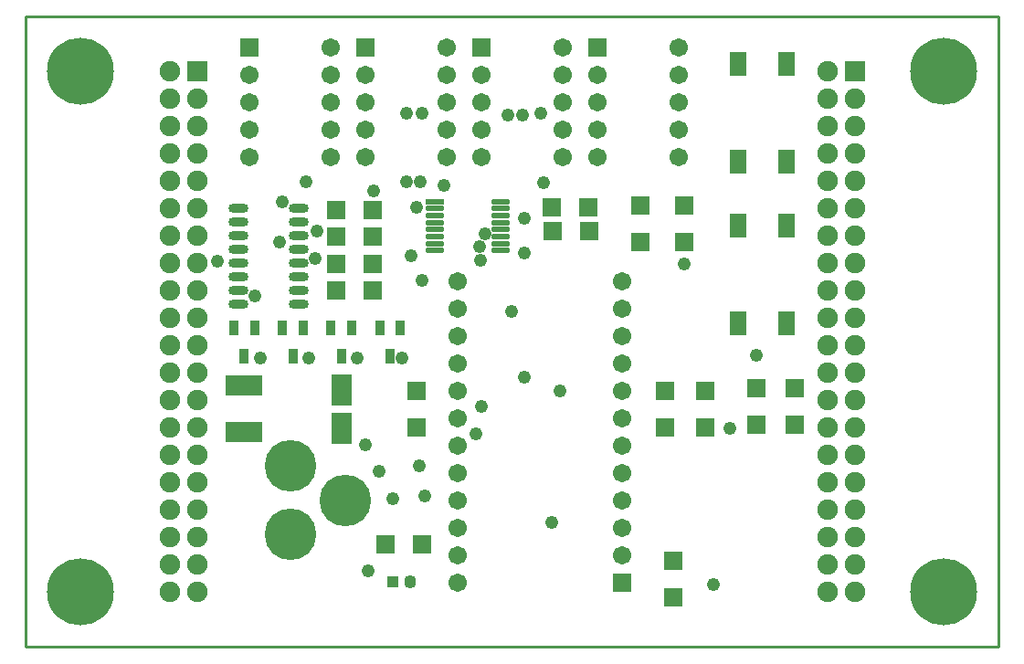
<source format=gts>
G04*
G04 #@! TF.GenerationSoftware,Altium Limited,Altium Designer,22.4.2 (48)*
G04*
G04 Layer_Color=8388736*
%FSLAX25Y25*%
%MOIN*%
G70*
G04*
G04 #@! TF.SameCoordinates,7EE18B86-058B-4F95-B7C2-403A54D6B15C*
G04*
G04*
G04 #@! TF.FilePolarity,Negative*
G04*
G01*
G75*
%ADD12C,0.01000*%
%ADD14R,0.03359X0.05328*%
%ADD15R,0.07099X0.07099*%
%ADD16R,0.07099X0.02178*%
%ADD17O,0.07099X0.02178*%
%ADD18R,0.03950X0.04343*%
G04:AMPARAMS|DCode=19|XSize=39.5mil|YSize=43.43mil|CornerRadius=11.87mil|HoleSize=0mil|Usage=FLASHONLY|Rotation=180.000|XOffset=0mil|YOffset=0mil|HoleType=Round|Shape=RoundedRectangle|*
%AMROUNDEDRECTD19*
21,1,0.03950,0.01968,0,0,180.0*
21,1,0.01575,0.04343,0,0,180.0*
1,1,0.02375,-0.00787,0.00984*
1,1,0.02375,0.00787,0.00984*
1,1,0.02375,0.00787,-0.00984*
1,1,0.02375,-0.00787,-0.00984*
%
%ADD19ROUNDEDRECTD19*%
%ADD20R,0.07099X0.07099*%
%ADD21R,0.07296X0.11824*%
%ADD22R,0.13202X0.07808*%
%ADD23R,0.06312X0.09068*%
%ADD24O,0.07296X0.03359*%
%ADD25C,0.06706*%
%ADD26C,0.06706*%
%ADD27R,0.06706X0.06706*%
%ADD28C,0.18800*%
%ADD29R,0.06706X0.06706*%
%ADD30C,0.07493*%
%ADD31R,0.07493X0.07493*%
%ADD32C,0.24422*%
%ADD33C,0.04900*%
D12*
X355000Y230000D02*
X355000Y-0D01*
X0Y0D02*
X355000Y-0D01*
X-0Y230000D02*
X0Y0D01*
X-0Y230000D02*
X355000Y230000D01*
D14*
X132874Y106201D02*
D03*
X129134Y116240D02*
D03*
X136614D02*
D03*
X115157Y106201D02*
D03*
X111417Y116240D02*
D03*
X118898D02*
D03*
X97441Y106201D02*
D03*
X93701Y116240D02*
D03*
X101181D02*
D03*
X79724Y106201D02*
D03*
X75984Y116240D02*
D03*
X83465D02*
D03*
D15*
X113189Y129921D02*
D03*
X126575D02*
D03*
X113189Y139764D02*
D03*
X126575D02*
D03*
X113189Y149606D02*
D03*
X126575D02*
D03*
X113189Y159449D02*
D03*
X126575D02*
D03*
X205512Y151575D02*
D03*
X192126D02*
D03*
X131102Y37402D02*
D03*
X144488D02*
D03*
X191929Y160433D02*
D03*
X205315D02*
D03*
D16*
X149409Y162500D02*
D03*
D17*
Y159941D02*
D03*
Y157382D02*
D03*
Y154823D02*
D03*
Y152264D02*
D03*
Y149705D02*
D03*
Y147146D02*
D03*
Y144587D02*
D03*
X173425Y162500D02*
D03*
Y159941D02*
D03*
Y157382D02*
D03*
Y154823D02*
D03*
Y152264D02*
D03*
Y149705D02*
D03*
Y147146D02*
D03*
Y144587D02*
D03*
D18*
X133858Y23622D02*
D03*
D19*
X140354D02*
D03*
D20*
X142717Y79921D02*
D03*
Y93307D02*
D03*
X240158Y161221D02*
D03*
Y147835D02*
D03*
X248031Y79921D02*
D03*
Y93307D02*
D03*
X266732Y80905D02*
D03*
Y94291D02*
D03*
X224410Y147835D02*
D03*
Y161221D02*
D03*
X280512Y80905D02*
D03*
Y94291D02*
D03*
X233268Y93504D02*
D03*
Y80118D02*
D03*
X236221Y17913D02*
D03*
Y31299D02*
D03*
D21*
X115157Y93602D02*
D03*
Y79626D02*
D03*
D22*
X79724Y95472D02*
D03*
Y78472D02*
D03*
D23*
X259842Y117913D02*
D03*
Y153740D02*
D03*
X277559D02*
D03*
Y117913D02*
D03*
X259842Y176969D02*
D03*
Y212795D02*
D03*
X277559D02*
D03*
Y176969D02*
D03*
D24*
X77461Y160216D02*
D03*
Y155217D02*
D03*
Y150216D02*
D03*
Y145217D02*
D03*
Y140217D02*
D03*
Y135216D02*
D03*
Y130217D02*
D03*
Y125216D02*
D03*
X99705Y160216D02*
D03*
Y155217D02*
D03*
Y150216D02*
D03*
Y145217D02*
D03*
Y140217D02*
D03*
Y135216D02*
D03*
Y130217D02*
D03*
Y125216D02*
D03*
D25*
X157480Y53347D02*
D03*
Y43347D02*
D03*
Y33347D02*
D03*
Y63346D02*
D03*
Y73347D02*
D03*
Y83346D02*
D03*
Y93347D02*
D03*
Y103347D02*
D03*
Y113347D02*
D03*
Y123346D02*
D03*
Y133346D02*
D03*
X217480Y133346D02*
D03*
Y123346D02*
D03*
Y113346D02*
D03*
Y103346D02*
D03*
Y93346D02*
D03*
Y83346D02*
D03*
Y73346D02*
D03*
Y63346D02*
D03*
Y33346D02*
D03*
Y43346D02*
D03*
Y53346D02*
D03*
X238248Y198799D02*
D03*
X208661Y208799D02*
D03*
Y198799D02*
D03*
Y188799D02*
D03*
Y178799D02*
D03*
X238248Y188799D02*
D03*
Y218799D02*
D03*
Y208799D02*
D03*
Y178799D02*
D03*
X195925D02*
D03*
Y208799D02*
D03*
Y218799D02*
D03*
Y188799D02*
D03*
X166339Y178799D02*
D03*
Y188799D02*
D03*
Y198799D02*
D03*
Y208799D02*
D03*
X195925Y198799D02*
D03*
X153602Y178799D02*
D03*
Y208799D02*
D03*
Y218799D02*
D03*
Y188799D02*
D03*
X124016Y178799D02*
D03*
Y188799D02*
D03*
Y198799D02*
D03*
Y208799D02*
D03*
X153602Y198799D02*
D03*
X111279Y178799D02*
D03*
Y208799D02*
D03*
Y218799D02*
D03*
Y188799D02*
D03*
X81693Y178799D02*
D03*
Y188799D02*
D03*
Y198799D02*
D03*
Y208799D02*
D03*
X111279Y198799D02*
D03*
D26*
X157480Y23347D02*
D03*
D27*
X217480Y23346D02*
D03*
D28*
X96457Y65945D02*
D03*
Y40945D02*
D03*
X116457Y53445D02*
D03*
D29*
X208661Y218799D02*
D03*
X166339D02*
D03*
X124016D02*
D03*
X81693D02*
D03*
D30*
X62500Y20000D02*
D03*
X52500D02*
D03*
X292500D02*
D03*
X302500D02*
D03*
X52500Y210000D02*
D03*
X62500Y200000D02*
D03*
X52500D02*
D03*
X62500Y190000D02*
D03*
X52500D02*
D03*
X62500Y180000D02*
D03*
X52500D02*
D03*
X62500Y170000D02*
D03*
X52500D02*
D03*
X62500Y160000D02*
D03*
X52500D02*
D03*
X62500Y150000D02*
D03*
X52500D02*
D03*
X62500Y140000D02*
D03*
X52500D02*
D03*
X62500Y130000D02*
D03*
X52500D02*
D03*
X62500Y120000D02*
D03*
X52500D02*
D03*
X62500Y110000D02*
D03*
X52500D02*
D03*
X62500Y100000D02*
D03*
X52500D02*
D03*
X62500Y90000D02*
D03*
X52500D02*
D03*
X62500Y80000D02*
D03*
X52500D02*
D03*
X62500Y70000D02*
D03*
X52500D02*
D03*
X62500Y60000D02*
D03*
X52500D02*
D03*
X62500Y50000D02*
D03*
X52500D02*
D03*
X62500Y40000D02*
D03*
X52500D02*
D03*
X62500Y30000D02*
D03*
X52500D02*
D03*
X292500Y210000D02*
D03*
X302500Y200000D02*
D03*
X292500D02*
D03*
X302500Y190000D02*
D03*
X292500D02*
D03*
X302500Y180000D02*
D03*
X292500D02*
D03*
X302500Y170000D02*
D03*
X292500D02*
D03*
X302500Y160000D02*
D03*
X292500D02*
D03*
X302500Y150000D02*
D03*
X292500D02*
D03*
X302500Y140000D02*
D03*
X292500D02*
D03*
X302500Y130000D02*
D03*
X292500D02*
D03*
X302500Y120000D02*
D03*
X292500D02*
D03*
X302500Y110000D02*
D03*
X292500D02*
D03*
X302500Y100000D02*
D03*
X292500D02*
D03*
X302500Y90000D02*
D03*
X292500D02*
D03*
X302500Y80000D02*
D03*
X292500D02*
D03*
X302500Y70000D02*
D03*
X292500D02*
D03*
X302500Y60000D02*
D03*
X292500D02*
D03*
X302500Y50000D02*
D03*
X292500D02*
D03*
X302500Y40000D02*
D03*
X292500D02*
D03*
X302500Y30000D02*
D03*
X292500D02*
D03*
D31*
X62500Y210000D02*
D03*
X302500D02*
D03*
D32*
X20000D02*
D03*
X335000D02*
D03*
Y20000D02*
D03*
X20000D02*
D03*
D33*
X143879Y169817D02*
D03*
X138779D02*
D03*
X152559Y168307D02*
D03*
X102362Y169889D02*
D03*
X125000Y27559D02*
D03*
X166339Y87598D02*
D03*
X143701Y65945D02*
D03*
X128937Y63976D02*
D03*
X164370Y77756D02*
D03*
X124016Y73819D02*
D03*
X145669Y55118D02*
D03*
X144685Y133858D02*
D03*
X140748Y142717D02*
D03*
X137198Y105315D02*
D03*
X142717Y160433D02*
D03*
X182087Y156496D02*
D03*
Y143701D02*
D03*
X191929Y45276D02*
D03*
X256890Y79724D02*
D03*
X266732Y106299D02*
D03*
X83661Y127953D02*
D03*
X69882Y140748D02*
D03*
X133858Y54134D02*
D03*
X182087Y98425D02*
D03*
X194882Y93504D02*
D03*
X126969Y166339D02*
D03*
X93504Y162402D02*
D03*
X187992Y194882D02*
D03*
X188976Y169291D02*
D03*
X250984Y22638D02*
D03*
X240158Y139764D02*
D03*
X138779Y194882D02*
D03*
X144685D02*
D03*
X165443Y146056D02*
D03*
X166065Y140994D02*
D03*
X167573Y150690D02*
D03*
X177202Y122369D02*
D03*
X181102Y193898D02*
D03*
X176002D02*
D03*
X105670Y141880D02*
D03*
X92520Y147638D02*
D03*
X106299Y151575D02*
D03*
X121063Y105315D02*
D03*
X103347D02*
D03*
X85630D02*
D03*
M02*

</source>
